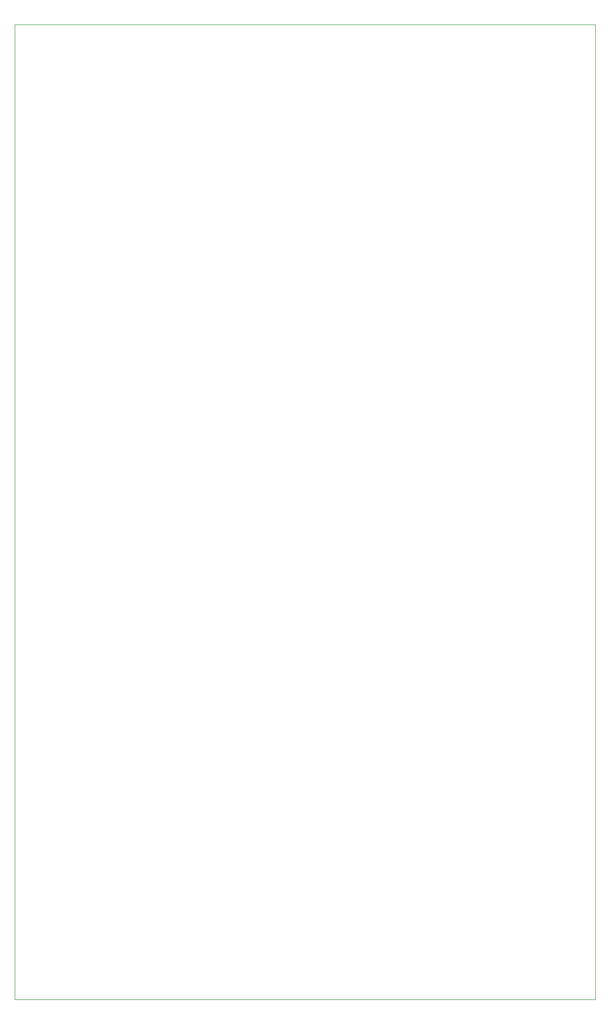
<source format=gm1>
G04 #@! TF.GenerationSoftware,KiCad,Pcbnew,8.0.4-rc2*
G04 #@! TF.CreationDate,2024-08-04T20:40:10-05:00*
G04 #@! TF.ProjectId,backplane_tracer_driver,6261636b-706c-4616-9e65-5f7472616365,rev?*
G04 #@! TF.SameCoordinates,Original*
G04 #@! TF.FileFunction,Profile,NP*
%FSLAX46Y46*%
G04 Gerber Fmt 4.6, Leading zero omitted, Abs format (unit mm)*
G04 Created by KiCad (PCBNEW 8.0.4-rc2) date 2024-08-04 20:40:10*
%MOMM*%
%LPD*%
G01*
G04 APERTURE LIST*
G04 #@! TA.AperFunction,Profile*
%ADD10C,0.050000*%
G04 #@! TD*
G04 APERTURE END LIST*
D10*
X16510000Y20320000D02*
X116586000Y20320000D01*
X116586000Y-147574000D01*
X16510000Y-147574000D01*
X16510000Y20320000D01*
M02*

</source>
